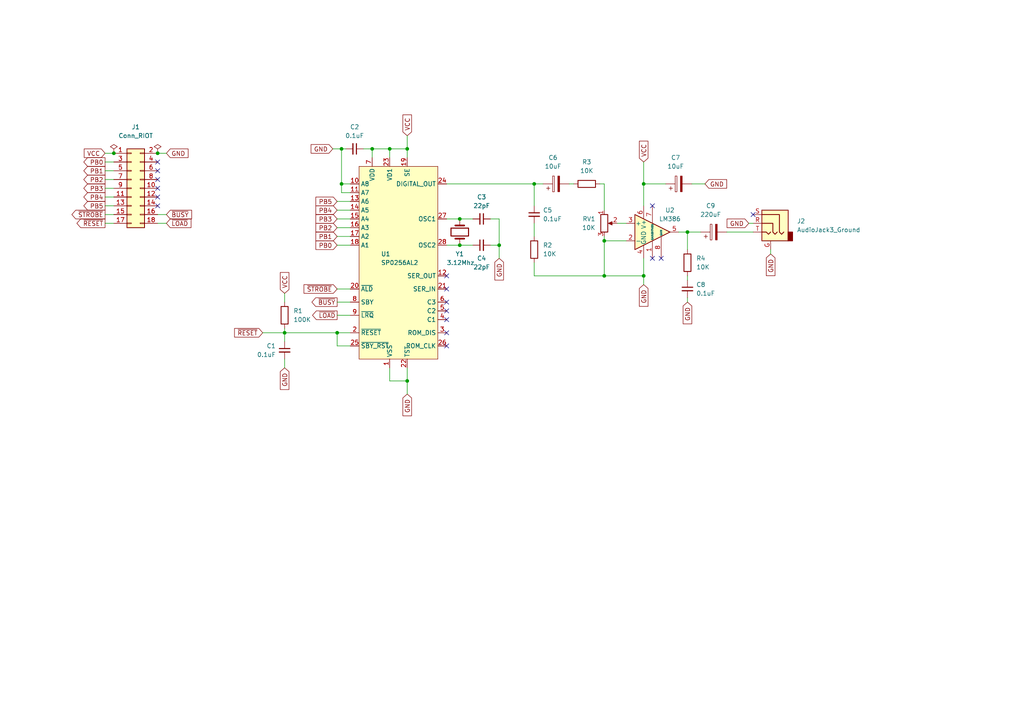
<source format=kicad_sch>
(kicad_sch (version 20230121) (generator eeschema)
  (paper "A4")
  (title_block (title "PAL-1 Speech Processor") (date "04/2024") (rev "1.0A") (company "Plastic Objects Limited"))
  (lib_symbols
    (symbol "Amplifier_Audio:LM386" (pin_names (offset 0.127))
      (property "Reference" "U" (at 1.27 7.62 0))
      (property "Value" "LM386" (at 1.27 5.08 0))
      (symbol "LM386_0_1"
        (polyline (pts (xy 5.08 0) (xy -5.08 5.08) (xy -5.08 -5.08) (xy 5.08 0)) (stroke (width 0.254)) (fill (type background)))
      )
      (symbol "LM386_1_1"
        (pin input line (at 0 -7.62 90) (length 5.08) (name "GAIN") (number "1"))
        (pin input line (at -7.62 -2.54 0) (length 2.54) (name "-") (number "2"))
        (pin input line (at -7.62 2.54 0) (length 2.54) (name "+") (number "3"))
        (pin power_in line (at -2.54 -7.62 90) (length 3.81) (name "GND") (number "4"))
        (pin output line (at 7.62 0 180) (length 2.54) (name "~") (number "5"))
        (pin power_in line (at -2.54 7.62 270) (length 3.81) (name "V+") (number "6"))
        (pin input line (at 0 7.62 270) (length 5.08) (name "BYPASS") (number "7"))
        (pin input line (at 2.54 -7.62 90) (length 6.35) (name "GAIN") (number "8"))
      )
    )
    (symbol "Connector:AudioJack3_Ground"
      (property "Reference" "J" (at 0 8.89 0))
      (property "Value" "AudioJack3_Ground" (at 0 6.35 0))
      (symbol "AudioJack3_Ground_0_1"
        (rectangle (start -5.08 -2.54) (end -6.35 -5.08) (stroke (width 0.254)) (fill (type outline)))
        (polyline (pts (xy 0 -2.54) (xy 0.635 -3.175) (xy 1.27 -2.54) (xy 2.54 -2.54)) (stroke (width 0.254)))
        (polyline (pts (xy -1.905 -2.54) (xy -1.27 -3.175) (xy -0.635 -2.54) (xy -0.635 0) (xy 2.54 0)) (stroke (width 0.254)))
        (polyline (pts (xy 2.54 2.54) (xy -2.54 2.54) (xy -2.54 -2.54) (xy -3.175 -3.175) (xy -3.81 -2.54)) (stroke (width 0.254)))
        (rectangle (start 2.54 3.81) (end -5.08 -5.08) (stroke (width 0.254)) (fill (type background)))
      )
      (symbol "AudioJack3_Ground_1_1"
        (pin passive line (at 0 -7.62 90) (length 2.54) (name "~") (number "G"))
        (pin passive line (at 5.08 0 180) (length 2.54) (name "~") (number "R"))
        (pin passive line (at 5.08 2.54 180) (length 2.54) (name "~") (number "S"))
        (pin passive line (at 5.08 -2.54 180) (length 2.54) (name "~") (number "T"))
      )
    )
    (symbol "Connector_Generic:Conn_02x09_Odd_Even" (pin_names (offset 1.016) hide)
      (property "Reference" "J" (at 1.27 12.7 0))
      (property "Value" "Conn_02x09_Odd_Even" (at 1.27 -12.7 0))
      (symbol "Conn_02x09_Odd_Even_1_1"
        (rectangle (start -1.27 -10.033) (end 0 -10.287) (stroke (width 0.1524)))
        (rectangle (start -1.27 -7.493) (end 0 -7.747) (stroke (width 0.1524)))
        (rectangle (start -1.27 -4.953) (end 0 -5.207) (stroke (width 0.1524)))
        (rectangle (start -1.27 -2.413) (end 0 -2.667) (stroke (width 0.1524)))
        (rectangle (start -1.27 0.127) (end 0 -0.127) (stroke (width 0.1524)))
        (rectangle (start -1.27 2.667) (end 0 2.413) (stroke (width 0.1524)))
        (rectangle (start -1.27 5.207) (end 0 4.953) (stroke (width 0.1524)))
        (rectangle (start -1.27 7.747) (end 0 7.493) (stroke (width 0.1524)))
        (rectangle (start -1.27 10.287) (end 0 10.033) (stroke (width 0.1524)))
        (rectangle (start -1.27 11.43) (end 3.81 -11.43) (stroke (width 0.254)) (fill (type background)))
        (rectangle (start 3.81 -10.033) (end 2.54 -10.287) (stroke (width 0.1524)))
        (rectangle (start 3.81 -7.493) (end 2.54 -7.747) (stroke (width 0.1524)))
        (rectangle (start 3.81 -4.953) (end 2.54 -5.207) (stroke (width 0.1524)))
        (rectangle (start 3.81 -2.413) (end 2.54 -2.667) (stroke (width 0.1524)))
        (rectangle (start 3.81 0.127) (end 2.54 -0.127) (stroke (width 0.1524)))
        (rectangle (start 3.81 2.667) (end 2.54 2.413) (stroke (width 0.1524)))
        (rectangle (start 3.81 5.207) (end 2.54 4.953) (stroke (width 0.1524)))
        (rectangle (start 3.81 7.747) (end 2.54 7.493) (stroke (width 0.1524)))
        (rectangle (start 3.81 10.287) (end 2.54 10.033) (stroke (width 0.1524)))
        (pin passive line (at -5.08 10.16 0) (length 3.81) (name "Pin_1") (number "1"))
        (pin passive line (at 7.62 0 180) (length 3.81) (name "Pin_10") (number "10"))
        (pin passive line (at -5.08 -2.54 0) (length 3.81) (name "Pin_11") (number "11"))
        (pin passive line (at 7.62 -2.54 180) (length 3.81) (name "Pin_12") (number "12"))
        (pin passive line (at -5.08 -5.08 0) (length 3.81) (name "Pin_13") (number "13"))
        (pin passive line (at 7.62 -5.08 180) (length 3.81) (name "Pin_14") (number "14"))
        (pin passive line (at -5.08 -7.62 0) (length 3.81) (name "Pin_15") (number "15"))
        (pin passive line (at 7.62 -7.62 180) (length 3.81) (name "Pin_16") (number "16"))
        (pin passive line (at -5.08 -10.16 0) (length 3.81) (name "Pin_17") (number "17"))
        (pin passive line (at 7.62 -10.16 180) (length 3.81) (name "Pin_18") (number "18"))
        (pin passive line (at 7.62 10.16 180) (length 3.81) (name "Pin_2") (number "2"))
        (pin passive line (at -5.08 7.62 0) (length 3.81) (name "Pin_3") (number "3"))
        (pin passive line (at 7.62 7.62 180) (length 3.81) (name "Pin_4") (number "4"))
        (pin passive line (at -5.08 5.08 0) (length 3.81) (name "Pin_5") (number "5"))
        (pin passive line (at 7.62 5.08 180) (length 3.81) (name "Pin_6") (number "6"))
        (pin passive line (at -5.08 2.54 0) (length 3.81) (name "Pin_7") (number "7"))
        (pin passive line (at 7.62 2.54 180) (length 3.81) (name "Pin_8") (number "8"))
        (pin passive line (at -5.08 0 0) (length 3.81) (name "Pin_9") (number "9"))
      )
    )
    (symbol "Device:C_Polarized" (pin_numbers hide) (pin_names (offset 0.254))
      (property "Reference" "C" (at 0.635 2.54 0))
      (property "Value" "C_Polarized" (at 0.635 -2.54 0))
      (symbol "C_Polarized_0_1"
        (rectangle (start -2.286 0.508) (end 2.286 1.016))
        (polyline (pts (xy -1.778 2.286) (xy -0.762 2.286)))
        (polyline (pts (xy -1.27 2.794) (xy -1.27 1.778)))
        (rectangle (start 2.286 -0.508) (end -2.286 -1.016) (fill (type outline)))
      )
      (symbol "C_Polarized_1_1"
        (pin passive line (at 0 3.81 270) (length 2.794) (name "~") (number "1"))
        (pin passive line (at 0 -3.81 90) (length 2.794) (name "~") (number "2"))
      )
    )
    (symbol "Device:C_Small" (pin_numbers hide) (pin_names (offset 0.254) hide)
      (property "Reference" "C" (at 0.254 1.778 0))
      (property "Value" "C_Small" (at 0.254 -2.032 0))
      (symbol "C_Small_0_1"
        (polyline (pts (xy -1.524 -0.508) (xy 1.524 -0.508)) (stroke (width 0.3302)))
        (polyline (pts (xy -1.524 0.508) (xy 1.524 0.508)) (stroke (width 0.3048)))
      )
      (symbol "C_Small_1_1"
        (pin passive line (at 0 2.54 270) (length 2.032) (name "~") (number "1"))
        (pin passive line (at 0 -2.54 90) (length 2.032) (name "~") (number "2"))
      )
    )
    (symbol "Device:Crystal" (pin_numbers hide) (pin_names (offset 1.016) hide)
      (property "Reference" "Y" (at 0 3.81 0))
      (property "Value" "Crystal" (at 0 -3.81 0))
      (symbol "Crystal_0_1"
        (rectangle (start -1.143 2.54) (end 1.143 -2.54) (stroke (width 0.3048)))
        (polyline (pts (xy -2.54 0) (xy -1.905 0)))
        (polyline (pts (xy -1.905 -1.27) (xy -1.905 1.27)) (stroke (width 0.508)))
        (polyline (pts (xy 1.905 -1.27) (xy 1.905 1.27)) (stroke (width 0.508)))
        (polyline (pts (xy 2.54 0) (xy 1.905 0)))
      )
      (symbol "Crystal_1_1"
        (pin passive line (at -3.81 0 0) (length 1.27) (name "1") (number "1"))
        (pin passive line (at 3.81 0 180) (length 1.27) (name "2") (number "2"))
      )
    )
    (symbol "Device:R" (pin_numbers hide) (pin_names (offset 0))
      (property "Reference" "R" (at 2.032 0 90))
      (property "Value" "R" (at 0 0 90))
      (symbol "R_0_1"
        (rectangle (start -1.016 -2.54) (end 1.016 2.54) (stroke (width 0.254)))
      )
      (symbol "R_1_1"
        (pin passive line (at 0 3.81 270) (length 1.27) (name "~") (number "1"))
        (pin passive line (at 0 -3.81 90) (length 1.27) (name "~") (number "2"))
      )
    )
    (symbol "Device:R_Potentiometer" (pin_names (offset 1.016) hide)
      (property "Reference" "RV" (at -4.445 0 90))
      (property "Value" "R_Potentiometer" (at -2.54 0 90))
      (symbol "R_Potentiometer_0_1"
        (polyline (pts (xy 2.54 0) (xy 1.524 0)))
        (polyline (pts (xy 1.143 0) (xy 2.286 0.508) (xy 2.286 -0.508) (xy 1.143 0)) (fill (type outline)))
        (rectangle (start 1.016 2.54) (end -1.016 -2.54) (stroke (width 0.254)))
      )
      (symbol "R_Potentiometer_1_1"
        (pin passive line (at 0 3.81 270) (length 1.27) (name "1") (number "1"))
        (pin passive line (at 3.81 0 180) (length 1.27) (name "2") (number "2"))
        (pin passive line (at 0 -3.81 90) (length 1.27) (name "3") (number "3"))
      )
    )
    (symbol "Speech:SP0256AL2"
      (property "Reference" "U" (at -6.35 2.54 0))
      (property "Value" "SP0256AL2" (at -6.35 0 0))
      (symbol "SP0256AL2_1_1"
        (rectangle (start -11.43 27.94) (end 11.43 -27.94) (fill (type background)))
        (pin power_in line (at -2.54 -30.48 90) (length 2.54) (name "VSS") (number "1"))
        (pin input line (at -13.97 22.86 0) (length 2.54) (name "A8") (number "10"))
        (pin input line (at -13.97 20.32 0) (length 2.54) (name "A7") (number "11"))
        (pin output line (at 13.97 -3.81 180) (length 2.54) (name "SER_OUT") (number "12"))
        (pin input line (at -13.97 17.78 0) (length 2.54) (name "A6") (number "13"))
        (pin input line (at -13.97 15.24 0) (length 2.54) (name "A5") (number "14"))
        (pin input line (at -13.97 12.7 0) (length 2.54) (name "A4") (number "15"))
        (pin input line (at -13.97 10.16 0) (length 2.54) (name "A3") (number "16"))
        (pin input line (at -13.97 7.62 0) (length 2.54) (name "A2") (number "17"))
        (pin input line (at -13.97 5.08 0) (length 2.54) (name "A1") (number "18"))
        (pin input line (at 2.54 30.48 270) (length 2.54) (name "SE") (number "19"))
        (pin input line (at -13.97 -20.32 0) (length 2.54) (name "~{RESET}") (number "2"))
        (pin input line (at -13.97 -7.62 0) (length 2.54) (name "~{ALD}") (number "20"))
        (pin input line (at 13.97 -7.62 180) (length 2.54) (name "SER_IN") (number "21"))
        (pin input line (at 2.54 -30.48 90) (length 2.54) (name "TST") (number "22"))
        (pin power_in line (at -2.54 30.48 270) (length 2.54) (name "VD1") (number "23"))
        (pin output line (at 13.97 22.86 180) (length 2.54) (name "DIGITAL_OUT") (number "24"))
        (pin input line (at -13.97 -24.13 0) (length 2.54) (name "~{SBY_RST}") (number "25"))
        (pin output line (at 13.97 -24.13 180) (length 2.54) (name "ROM_CLK") (number "26"))
        (pin input line (at 13.97 12.7 180) (length 2.54) (name "OSC1") (number "27"))
        (pin input line (at 13.97 5.08 180) (length 2.54) (name "OSC2") (number "28"))
        (pin input line (at 13.97 -20.32 180) (length 2.54) (name "ROM_DIS") (number "3"))
        (pin input line (at 13.97 -16.51 180) (length 2.54) (name "C1") (number "4"))
        (pin input line (at 13.97 -13.97 180) (length 2.54) (name "C2") (number "5"))
        (pin input line (at 13.97 -11.43 180) (length 2.54) (name "C3") (number "6"))
        (pin power_in line (at -7.62 30.48 270) (length 2.54) (name "VDD") (number "7"))
        (pin output line (at -13.97 -11.43 0) (length 2.54) (name "SBY") (number "8"))
        (pin output line (at -13.97 -15.24 0) (length 2.54) (name "~{LRQ}") (number "9"))
      )
    )
    (symbol "power:PWR_FLAG" (power) (pin_numbers hide) (pin_names (offset 0) hide)
      (property "Value" "PWR_FLAG" (at 0 3.81 0))
      (symbol "PWR_FLAG_0_0"
        (pin power_out line (at 0 0 90) (length 0) (name "pwr") (number "1"))
      )
      (symbol "PWR_FLAG_0_1"
        (polyline (pts (xy 0 0) (xy 0 1.27) (xy -1.016 1.905) (xy 0 2.54) (xy 1.016 1.905) (xy 0 1.27)))
      )
    )
  )
  (junction (at 97.79 96.52))
  (junction (at 99.06 53.34))
  (junction (at 154.94 53.34))
  (junction (at 45.72 44.45))
  (junction (at 33.02 44.45))
  (junction (at 118.11 43.18))
  (junction (at 175.26 80.01))
  (junction (at 82.55 96.52))
  (junction (at 107.95 43.18))
  (junction (at 144.78 71.12))
  (junction (at 186.69 53.34))
  (junction (at 118.11 110.49))
  (junction (at 99.06 43.18))
  (junction (at 133.35 71.12))
  (junction (at 133.35 63.5))
  (junction (at 186.69 80.01))
  (junction (at 175.26 69.85))
  (junction (at 199.39 67.31))
  (junction (at 113.03 43.18))
  (no_connect (at 129.54 96.52))
  (no_connect (at 129.54 87.63))
  (no_connect (at 129.54 83.82))
  (no_connect (at 191.77 74.93))
  (no_connect (at 45.72 46.99))
  (no_connect (at 129.54 90.17))
  (no_connect (at 45.72 54.61))
  (no_connect (at 45.72 49.53))
  (no_connect (at 129.54 92.71))
  (no_connect (at 45.72 57.15))
  (no_connect (at 189.23 74.93))
  (no_connect (at 129.54 80.01))
  (no_connect (at 45.72 59.69))
  (no_connect (at 129.54 100.33))
  (no_connect (at 218.44 62.23))
  (no_connect (at 189.23 59.69))
  (no_connect (at 45.72 52.07))
  (wire (pts (xy 30.48 57.15) (xy 33.02 57.15)))
  (wire (pts (xy 200.66 53.34) (xy 204.47 53.34)))
  (wire (pts (xy 99.06 53.34) (xy 99.06 55.88)))
  (wire (pts (xy 45.72 62.23) (xy 48.26 62.23)))
  (wire (pts (xy 154.94 80.01) (xy 175.26 80.01)))
  (wire (pts (xy 99.06 43.18) (xy 99.06 53.34)))
  (wire (pts (xy 118.11 39.37) (xy 118.11 43.18)))
  (wire (pts (xy 181.61 69.85) (xy 175.26 69.85)))
  (wire (pts (xy 133.35 63.5) (xy 137.16 63.5)))
  (wire (pts (xy 118.11 110.49) (xy 118.11 114.3)))
  (wire (pts (xy 186.69 53.34) (xy 186.69 59.69)))
  (wire (pts (xy 199.39 67.31) (xy 203.2 67.31)))
  (wire (pts (xy 113.03 110.49) (xy 118.11 110.49)))
  (wire (pts (xy 154.94 64.77) (xy 154.94 68.58)))
  (wire (pts (xy 82.55 104.14) (xy 82.55 106.68)))
  (wire (pts (xy 99.06 53.34) (xy 101.6 53.34)))
  (wire (pts (xy 97.79 68.58) (xy 101.6 68.58)))
  (wire (pts (xy 30.48 52.07) (xy 33.02 52.07)))
  (wire (pts (xy 175.26 80.01) (xy 186.69 80.01)))
  (wire (pts (xy 97.79 96.52) (xy 97.79 100.33)))
  (wire (pts (xy 97.79 58.42) (xy 101.6 58.42)))
  (wire (pts (xy 154.94 76.2) (xy 154.94 80.01)))
  (wire (pts (xy 199.39 80.01) (xy 199.39 81.28)))
  (wire (pts (xy 107.95 43.18) (xy 113.03 43.18)))
  (wire (pts (xy 175.26 53.34) (xy 175.26 60.96)))
  (wire (pts (xy 30.48 46.99) (xy 33.02 46.99)))
  (wire (pts (xy 223.52 73.66) (xy 223.52 72.39)))
  (wire (pts (xy 30.48 44.45) (xy 33.02 44.45)))
  (wire (pts (xy 142.24 71.12) (xy 144.78 71.12)))
  (wire (pts (xy 97.79 96.52) (xy 101.6 96.52)))
  (wire (pts (xy 118.11 106.68) (xy 118.11 110.49)))
  (wire (pts (xy 113.03 106.68) (xy 113.03 110.49)))
  (wire (pts (xy 142.24 63.5) (xy 144.78 63.5)))
  (wire (pts (xy 154.94 53.34) (xy 154.94 59.69)))
  (wire (pts (xy 196.85 67.31) (xy 199.39 67.31)))
  (wire (pts (xy 30.48 62.23) (xy 33.02 62.23)))
  (wire (pts (xy 82.55 95.25) (xy 82.55 96.52)))
  (wire (pts (xy 48.26 64.77) (xy 45.72 64.77)))
  (wire (pts (xy 133.35 71.12) (xy 137.16 71.12)))
  (wire (pts (xy 199.39 86.36) (xy 199.39 87.63)))
  (wire (pts (xy 99.06 55.88) (xy 101.6 55.88)))
  (wire (pts (xy 82.55 96.52) (xy 97.79 96.52)))
  (wire (pts (xy 96.52 43.18) (xy 99.06 43.18)))
  (wire (pts (xy 118.11 43.18) (xy 118.11 45.72)))
  (wire (pts (xy 113.03 43.18) (xy 118.11 43.18)))
  (wire (pts (xy 217.17 64.77) (xy 218.44 64.77)))
  (wire (pts (xy 181.61 64.77) (xy 179.07 64.77)))
  (wire (pts (xy 30.48 49.53) (xy 33.02 49.53)))
  (wire (pts (xy 199.39 67.31) (xy 199.39 72.39)))
  (wire (pts (xy 175.26 68.58) (xy 175.26 69.85)))
  (wire (pts (xy 186.69 74.93) (xy 186.69 80.01)))
  (wire (pts (xy 129.54 53.34) (xy 154.94 53.34)))
  (wire (pts (xy 30.48 54.61) (xy 33.02 54.61)))
  (wire (pts (xy 97.79 87.63) (xy 101.6 87.63)))
  (wire (pts (xy 129.54 71.12) (xy 133.35 71.12)))
  (wire (pts (xy 82.55 85.09) (xy 82.55 87.63)))
  (wire (pts (xy 154.94 53.34) (xy 157.48 53.34)))
  (wire (pts (xy 144.78 71.12) (xy 144.78 74.93)))
  (wire (pts (xy 97.79 91.44) (xy 101.6 91.44)))
  (wire (pts (xy 175.26 69.85) (xy 175.26 80.01)))
  (wire (pts (xy 99.06 43.18) (xy 100.33 43.18)))
  (wire (pts (xy 97.79 66.04) (xy 101.6 66.04)))
  (wire (pts (xy 107.95 43.18) (xy 107.95 45.72)))
  (wire (pts (xy 186.69 46.99) (xy 186.69 53.34)))
  (wire (pts (xy 173.99 53.34) (xy 175.26 53.34)))
  (wire (pts (xy 210.82 67.31) (xy 218.44 67.31)))
  (wire (pts (xy 97.79 71.12) (xy 101.6 71.12)))
  (wire (pts (xy 129.54 63.5) (xy 133.35 63.5)))
  (wire (pts (xy 30.48 59.69) (xy 33.02 59.69)))
  (wire (pts (xy 186.69 53.34) (xy 193.04 53.34)))
  (wire (pts (xy 144.78 63.5) (xy 144.78 71.12)))
  (wire (pts (xy 30.48 64.77) (xy 33.02 64.77)))
  (wire (pts (xy 97.79 100.33) (xy 101.6 100.33)))
  (wire (pts (xy 105.41 43.18) (xy 107.95 43.18)))
  (wire (pts (xy 165.1 53.34) (xy 166.37 53.34)))
  (wire (pts (xy 186.69 80.01) (xy 186.69 82.55)))
  (wire (pts (xy 76.2 96.52) (xy 82.55 96.52)))
  (wire (pts (xy 45.72 44.45) (xy 48.26 44.45)))
  (wire (pts (xy 97.79 60.96) (xy 101.6 60.96)))
  (wire (pts (xy 97.79 63.5) (xy 101.6 63.5)))
  (wire (pts (xy 113.03 43.18) (xy 113.03 45.72)))
  (wire (pts (xy 97.79 83.82) (xy 101.6 83.82)))
  (wire (pts (xy 82.55 96.52) (xy 82.55 99.06)))
  (global_label "VCC" (shape input) (at 186.69 46.99 90) (property "Intersheetrefs" "${INTERSHEET_REFS}" (effects hide)))
  (global_label "GND" (shape input) (at 82.55 106.68 270) (property "Intersheetrefs" "${INTERSHEET_REFS}" (effects hide)))
  (global_label "GND" (shape input) (at 204.47 53.34 0) (property "Intersheetrefs" "${INTERSHEET_REFS}" (effects hide)))
  (global_label "~{BUSY}" (shape output) (at 97.79 87.63 180) (property "Intersheetrefs" "${INTERSHEET_REFS}" (effects hide)))
  (global_label "~{LOAD}" (shape output) (at 97.79 91.44 180) (property "Intersheetrefs" "${INTERSHEET_REFS}" (effects hide)))
  (global_label "GND" (shape input) (at 217.17 64.77 180) (property "Intersheetrefs" "${INTERSHEET_REFS}" (effects hide)))
  (global_label "~{STROBE}" (shape output) (at 30.48 62.23 180) (property "Intersheetrefs" "${INTERSHEET_REFS}" (effects hide)))
  (global_label "PB4" (shape output) (at 30.48 57.15 180) (property "Intersheetrefs" "${INTERSHEET_REFS}" (effects hide)))
  (global_label "PB4" (shape input) (at 97.79 60.96 180) (property "Intersheetrefs" "${INTERSHEET_REFS}" (effects hide)))
  (global_label "~{RESET}" (shape output) (at 30.48 64.77 180) (property "Intersheetrefs" "${INTERSHEET_REFS}" (effects hide)))
  (global_label "~{LOAD}" (shape input) (at 48.26 64.77 0) (property "Intersheetrefs" "${INTERSHEET_REFS}" (effects hide)))
  (global_label "VCC" (shape input) (at 82.55 85.09 90) (property "Intersheetrefs" "${INTERSHEET_REFS}" (effects hide)))
  (global_label "PB2" (shape input) (at 97.79 66.04 180) (property "Intersheetrefs" "${INTERSHEET_REFS}" (effects hide)))
  (global_label "GND" (shape input) (at 48.26 44.45 0) (property "Intersheetrefs" "${INTERSHEET_REFS}" (effects hide)))
  (global_label "PB0" (shape input) (at 97.79 71.12 180) (property "Intersheetrefs" "${INTERSHEET_REFS}" (effects hide)))
  (global_label "GND" (shape input) (at 118.11 114.3 270) (property "Intersheetrefs" "${INTERSHEET_REFS}" (effects hide)))
  (global_label "GND" (shape input) (at 144.78 74.93 270) (property "Intersheetrefs" "${INTERSHEET_REFS}" (effects hide)))
  (global_label "VCC" (shape input) (at 118.11 39.37 90) (property "Intersheetrefs" "${INTERSHEET_REFS}" (effects hide)))
  (global_label "PB5" (shape output) (at 30.48 59.69 180) (property "Intersheetrefs" "${INTERSHEET_REFS}" (effects hide)))
  (global_label "PB2" (shape output) (at 30.48 52.07 180) (property "Intersheetrefs" "${INTERSHEET_REFS}" (effects hide)))
  (global_label "PB1" (shape output) (at 30.48 49.53 180) (property "Intersheetrefs" "${INTERSHEET_REFS}" (effects hide)))
  (global_label "PB0" (shape output) (at 30.48 46.99 180) (property "Intersheetrefs" "${INTERSHEET_REFS}" (effects hide)))
  (global_label "PB1" (shape input) (at 97.79 68.58 180) (property "Intersheetrefs" "${INTERSHEET_REFS}" (effects hide)))
  (global_label "VCC" (shape input) (at 30.48 44.45 180) (property "Intersheetrefs" "${INTERSHEET_REFS}" (effects hide)))
  (global_label "GND" (shape input) (at 186.69 82.55 270) (property "Intersheetrefs" "${INTERSHEET_REFS}" (effects hide)))
  (global_label "PB5" (shape input) (at 97.79 58.42 180) (property "Intersheetrefs" "${INTERSHEET_REFS}" (effects hide)))
  (global_label "~{STROBE}" (shape input) (at 97.79 83.82 180) (property "Intersheetrefs" "${INTERSHEET_REFS}" (effects hide)))
  (global_label "~{RESET}" (shape input) (at 76.2 96.52 180) (property "Intersheetrefs" "${INTERSHEET_REFS}" (effects hide)))
  (global_label "GND" (shape input) (at 223.52 73.66 270) (property "Intersheetrefs" "${INTERSHEET_REFS}" (effects hide)))
  (global_label "~{BUSY}" (shape input) (at 48.26 62.23 0) (property "Intersheetrefs" "${INTERSHEET_REFS}" (effects hide)))
  (global_label "GND" (shape input) (at 199.39 87.63 270) (property "Intersheetrefs" "${INTERSHEET_REFS}" (effects hide)))
  (global_label "PB3" (shape output) (at 30.48 54.61 180) (property "Intersheetrefs" "${INTERSHEET_REFS}" (effects hide)))
  (global_label "PB3" (shape input) (at 97.79 63.5 180) (property "Intersheetrefs" "${INTERSHEET_REFS}" (effects hide)))
  (global_label "GND" (shape input) (at 96.52 43.18 180) (property "Intersheetrefs" "${INTERSHEET_REFS}" (effects hide)))
  (symbol (lib_id "Device:C_Small") (at 154.94 62.23 0) (unit 1)
    (property "Reference" "C5" (at 157.48 60.9662 0) (effects (justify left)))
    (property "Value" "0.1uF" (at 157.48 63.5062 0) (effects (justify left)))
    (property "Footprint" "Capacitor_THT:C_Disc_D3.0mm_W1.6mm_P2.50mm" (effects hide))
  )
  (symbol (lib_id "power:PWR_FLAG") (at 45.72 44.45 0) (unit 1)
    (property "Reference" "#FLG02" (effects hide))
    (property "Value" "PWR_FLAG" (effects hide))
  )
  (symbol (lib_id "Device:Crystal") (at 133.35 67.31 270) (unit 1)
    (property "Reference" "Y1" (at 132.08 73.66 90) (effects (justify left)))
    (property "Value" "3.12Mhz" (at 129.54 76.2 90) (effects (justify left)))
    (property "Footprint" "Crystal:Crystal_HC49-U_Vertical" (effects hide))
  )
  (symbol (lib_id "Device:C_Polarized") (at 196.85 53.34 90) (unit 1)
    (property "Reference" "C7" (at 195.961 45.72 90))
    (property "Value" "10uF" (at 195.961 48.26 90))
    (property "Footprint" "Capacitor_THT:CP_Radial_D5.0mm_P2.50mm" (effects hide))
  )
  (symbol (lib_id "Device:C_Small") (at 82.55 101.6 0) (mirror y) (unit 1)
    (property "Reference" "C1" (at 80.01 100.3363 0) (effects (justify left)))
    (property "Value" "0.1uF" (at 80.01 102.8763 0) (effects (justify left)))
    (property "Footprint" "Capacitor_THT:C_Disc_D3.0mm_W1.6mm_P2.50mm" (effects hide))
  )
  (symbol (lib_id "Device:C_Polarized") (at 161.29 53.34 90) (unit 1)
    (property "Reference" "C6" (at 160.401 45.72 90))
    (property "Value" "10uF" (at 160.401 48.26 90))
    (property "Footprint" "Capacitor_THT:CP_Radial_D5.0mm_P2.50mm" (effects hide))
  )
  (symbol (lib_id "Device:R") (at 82.55 91.44 0) (unit 1)
    (property "Reference" "R1" (at 85.09 90.17 0) (effects (justify left)))
    (property "Value" "100K" (at 85.09 92.71 0) (effects (justify left)))
    (property "Footprint" "Resistor_THT:R_Axial_DIN0207_L6.3mm_D2.5mm_P7.62mm_Horizontal" (effects hide))
  )
  (symbol (lib_id "Connector:AudioJack3_Ground") (at 223.52 64.77 0) (mirror y) (unit 1)
    (property "Reference" "J2" (at 231.14 64.1349 0) (effects (justify right)))
    (property "Value" "AudioJack3_Ground" (at 231.14 66.6749 0) (effects (justify right)))
    (property "Footprint" "Custom:Jack_3.5mm_4Pole_TRRS" (effects hide))
  )
  (symbol (lib_id "Device:C_Polarized") (at 207.01 67.31 90) (unit 1)
    (property "Reference" "C9" (at 206.121 59.69 90))
    (property "Value" "220uF" (at 206.121 62.23 90))
    (property "Footprint" "Capacitor_THT:CP_Radial_D5.0mm_P2.50mm" (effects hide))
  )
  (symbol (lib_id "Speech:SP0256AL2") (at 115.57 76.2 0) (unit 1)
    (property "Reference" "U1" (at 110.49 73.66 0) (effects (justify left)))
    (property "Value" "SP0256AL2" (at 110.49 76.2 0) (effects (justify left)))
    (property "Footprint" "Package_DIP:DIP-28_W15.24mm" (effects hide))
  )
  (symbol (lib_id "Device:C_Small") (at 139.7 63.5 270) (unit 1)
    (property "Reference" "C3" (at 139.6936 57.15 90))
    (property "Value" "22pF" (at 139.6936 59.69 90))
    (property "Footprint" "Capacitor_THT:C_Disc_D3.0mm_W1.6mm_P2.50mm" (effects hide))
  )
  (symbol (lib_id "Device:C_Small") (at 199.39 83.82 0) (unit 1)
    (property "Reference" "C8" (at 201.93 82.5562 0) (effects (justify left)))
    (property "Value" "0.1uF" (at 201.93 85.0962 0) (effects (justify left)))
    (property "Footprint" "Capacitor_THT:C_Disc_D3.0mm_W1.6mm_P2.50mm" (effects hide))
  )
  (symbol (lib_id "Connector_Generic:Conn_02x09_Odd_Even") (at 38.1 54.61 0) (unit 1)
    (property "Reference" "J1" (at 39.37 36.83 0))
    (property "Value" "Conn_RIOT" (at 39.37 39.37 0))
    (property "Footprint" "Connector_PinHeader_2.54mm:PinHeader_2x09_P2.54mm_Vertical" (effects hide))
  )
  (symbol (lib_id "Device:C_Small") (at 102.87 43.18 270) (unit 1)
    (property "Reference" "C2" (at 102.8636 36.83 90))
    (property "Value" "0.1uF" (at 102.8636 39.37 90))
    (property "Footprint" "Capacitor_THT:C_Disc_D3.0mm_W1.6mm_P2.50mm" (effects hide))
  )
  (symbol (lib_id "Amplifier_Audio:LM386") (at 189.23 67.31 0) (unit 1)
    (property "Reference" "U2" (at 194.31 60.96 0))
    (property "Value" "LM386" (at 194.31 63.5 0))
    (property "Footprint" "Package_DIP:DIP-8_W7.62mm" (effects hide))
    (property "Datasheet" "http://www.ti.com/lit/ds/symlink/lm386.pdf" (effects hide))
  )
  (symbol (lib_id "Device:R_Potentiometer") (at 175.26 64.77 0) (unit 1)
    (property "Reference" "RV1" (at 172.72 63.4999 0) (effects (justify right)))
    (property "Value" "10K" (at 172.72 66.0399 0) (effects (justify right)))
    (property "Footprint" "Custom:Potentiometer_Runtron_RM065_Vertical" (effects hide))
  )
  (symbol (lib_id "power:PWR_FLAG") (at 33.02 44.45 0) (unit 1)
    (property "Reference" "#FLG01" (effects hide))
    (property "Value" "PWR_FLAG" (effects hide))
  )
  (symbol (lib_id "Device:R") (at 170.18 53.34 90) (unit 1)
    (property "Reference" "R3" (at 170.18 46.99 90))
    (property "Value" "10K" (at 170.18 49.53 90))
    (property "Footprint" "Resistor_THT:R_Axial_DIN0207_L6.3mm_D2.5mm_P7.62mm_Horizontal" (effects hide))
  )
  (symbol (lib_id "Device:R") (at 154.94 72.39 0) (unit 1)
    (property "Reference" "R2" (at 157.48 71.1199 0) (effects (justify left)))
    (property "Value" "10K" (at 157.48 73.6599 0) (effects (justify left)))
    (property "Footprint" "Resistor_THT:R_Axial_DIN0207_L6.3mm_D2.5mm_P7.62mm_Horizontal" (effects hide))
  )
  (symbol (lib_id "Device:C_Small") (at 139.7 71.12 90) (unit 1)
    (property "Reference" "C4" (at 139.7 74.93 90))
    (property "Value" "22pF" (at 139.7 77.47 90))
    (property "Footprint" "Capacitor_THT:C_Disc_D3.0mm_W1.6mm_P2.50mm" (effects hide))
  )
  (symbol (lib_id "Device:R") (at 199.39 76.2 0) (unit 1)
    (property "Reference" "R4" (at 201.93 74.93 0) (effects (justify left)))
    (property "Value" "10K" (at 201.93 77.4699 0) (effects (justify left)))
    (property "Footprint" "Resistor_THT:R_Axial_DIN0207_L6.3mm_D2.5mm_P7.62mm_Horizontal" (effects hide))
  )
)
</source>
